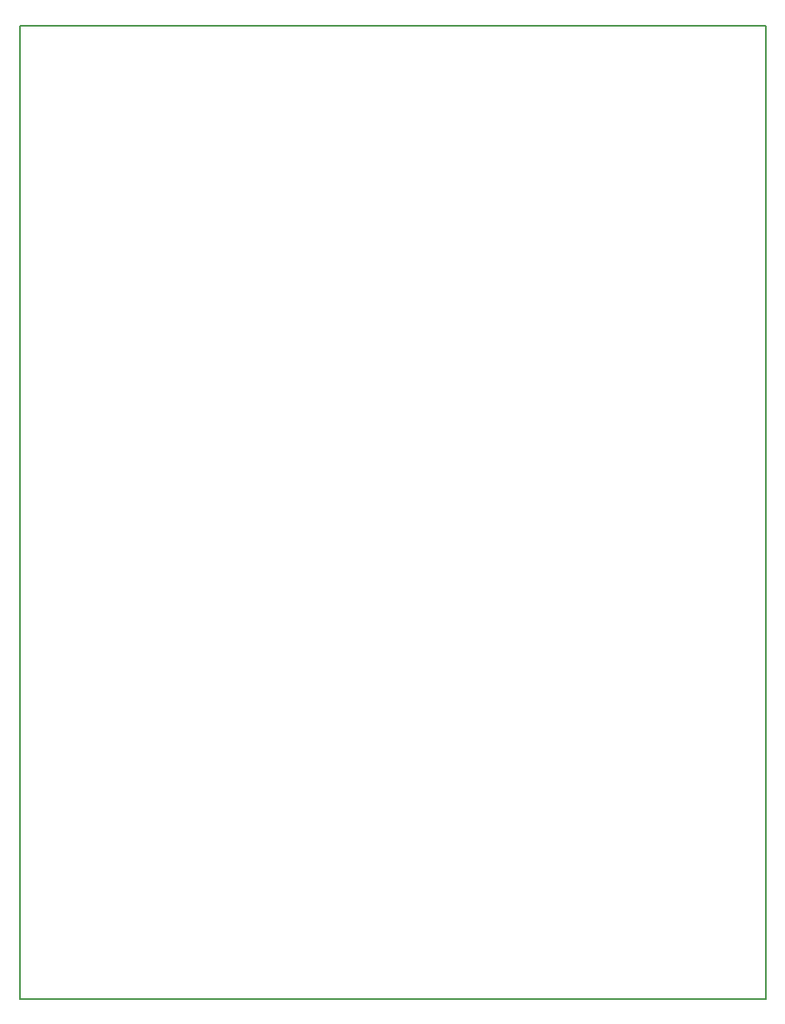
<source format=gm1>
%TF.GenerationSoftware,KiCad,Pcbnew,(6.0.7)*%
%TF.CreationDate,2022-10-01T10:05:14-06:00*%
%TF.ProjectId,attiny_rfid_light,61747469-6e79-45f7-9266-69645f6c6967,rev?*%
%TF.SameCoordinates,Original*%
%TF.FileFunction,Profile,NP*%
%FSLAX46Y46*%
G04 Gerber Fmt 4.6, Leading zero omitted, Abs format (unit mm)*
G04 Created by KiCad (PCBNEW (6.0.7)) date 2022-10-01 10:05:14*
%MOMM*%
%LPD*%
G01*
G04 APERTURE LIST*
%TA.AperFunction,Profile*%
%ADD10C,0.200000*%
%TD*%
G04 APERTURE END LIST*
D10*
X66040000Y-55880000D02*
X142000000Y-55880000D01*
X142000000Y-55880000D02*
X142000000Y-154940000D01*
X142000000Y-154940000D02*
X66040000Y-154940000D01*
X66040000Y-154940000D02*
X66040000Y-55880000D01*
M02*

</source>
